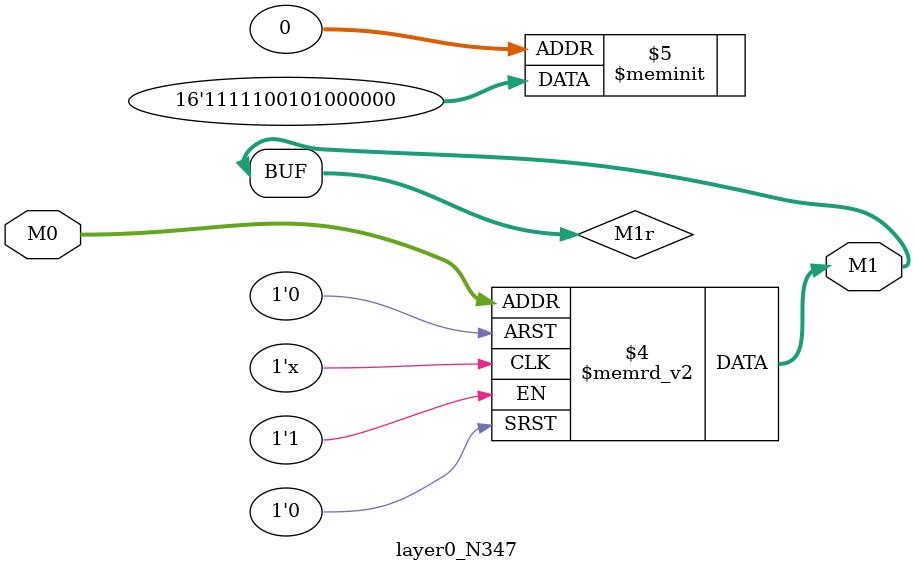
<source format=v>
module layer0_N347 ( input [2:0] M0, output [1:0] M1 );

	(*rom_style = "distributed" *) reg [1:0] M1r;
	assign M1 = M1r;
	always @ (M0) begin
		case (M0)
			3'b000: M1r = 2'b00;
			3'b100: M1r = 2'b01;
			3'b010: M1r = 2'b00;
			3'b110: M1r = 2'b11;
			3'b001: M1r = 2'b00;
			3'b101: M1r = 2'b10;
			3'b011: M1r = 2'b01;
			3'b111: M1r = 2'b11;

		endcase
	end
endmodule

</source>
